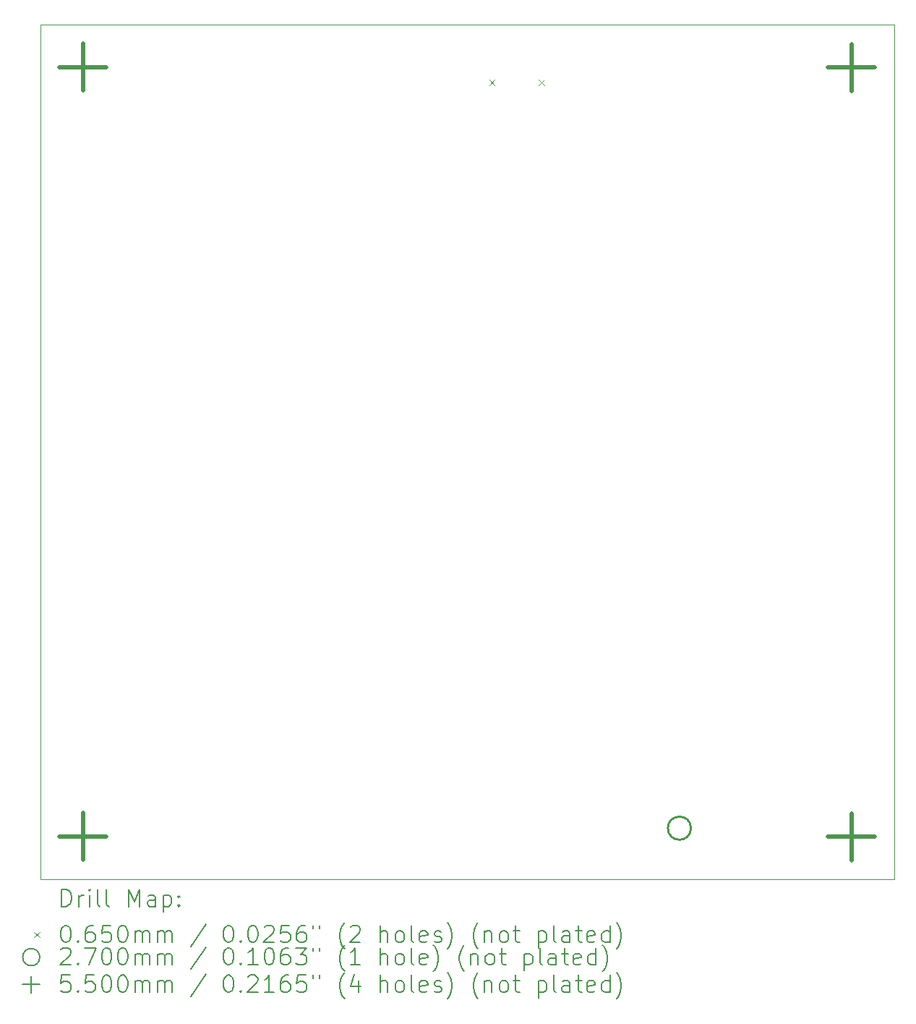
<source format=gbr>
%TF.GenerationSoftware,KiCad,Pcbnew,6.0.11+dfsg-1~bpo11+1*%
%TF.CreationDate,2023-10-21T13:11:14+02:00*%
%TF.ProjectId,IO_16_8_1,494f5f31-365f-4385-9f31-2e6b69636164,0.1.1*%
%TF.SameCoordinates,PX47868c0PY848f8c0*%
%TF.FileFunction,Drillmap*%
%TF.FilePolarity,Positive*%
%FSLAX45Y45*%
G04 Gerber Fmt 4.5, Leading zero omitted, Abs format (unit mm)*
G04 Created by KiCad (PCBNEW 6.0.11+dfsg-1~bpo11+1) date 2023-10-21 13:11:14*
%MOMM*%
%LPD*%
G01*
G04 APERTURE LIST*
%ADD10C,0.100000*%
%ADD11C,0.200000*%
%ADD12C,0.065000*%
%ADD13C,0.270000*%
%ADD14C,0.550000*%
G04 APERTURE END LIST*
D10*
X0Y10000000D02*
X10000000Y10000000D01*
X10000000Y10000000D02*
X10000000Y0D01*
X10000000Y0D02*
X0Y0D01*
X0Y0D02*
X0Y10000000D01*
D11*
D12*
X5259500Y9354000D02*
X5324500Y9289000D01*
X5324500Y9354000D02*
X5259500Y9289000D01*
X5837500Y9354000D02*
X5902500Y9289000D01*
X5902500Y9354000D02*
X5837500Y9289000D01*
D13*
X7621000Y600000D02*
G75*
G03*
X7621000Y600000I-135000J0D01*
G01*
D14*
X500000Y9778600D02*
X500000Y9228600D01*
X225000Y9503600D02*
X775000Y9503600D01*
X500000Y778600D02*
X500000Y228600D01*
X225000Y503600D02*
X775000Y503600D01*
X9500000Y9775000D02*
X9500000Y9225000D01*
X9225000Y9500000D02*
X9775000Y9500000D01*
X9500000Y775000D02*
X9500000Y225000D01*
X9225000Y500000D02*
X9775000Y500000D01*
D11*
X252619Y-315476D02*
X252619Y-115476D01*
X300238Y-115476D01*
X328810Y-125000D01*
X347857Y-144048D01*
X357381Y-163095D01*
X366905Y-201190D01*
X366905Y-229762D01*
X357381Y-267857D01*
X347857Y-286905D01*
X328810Y-305952D01*
X300238Y-315476D01*
X252619Y-315476D01*
X452619Y-315476D02*
X452619Y-182143D01*
X452619Y-220238D02*
X462143Y-201190D01*
X471667Y-191667D01*
X490714Y-182143D01*
X509762Y-182143D01*
X576429Y-315476D02*
X576429Y-182143D01*
X576429Y-115476D02*
X566905Y-125000D01*
X576429Y-134524D01*
X585952Y-125000D01*
X576429Y-115476D01*
X576429Y-134524D01*
X700238Y-315476D02*
X681190Y-305952D01*
X671667Y-286905D01*
X671667Y-115476D01*
X805000Y-315476D02*
X785952Y-305952D01*
X776428Y-286905D01*
X776428Y-115476D01*
X1033571Y-315476D02*
X1033571Y-115476D01*
X1100238Y-258333D01*
X1166905Y-115476D01*
X1166905Y-315476D01*
X1347857Y-315476D02*
X1347857Y-210714D01*
X1338333Y-191667D01*
X1319286Y-182143D01*
X1281190Y-182143D01*
X1262143Y-191667D01*
X1347857Y-305952D02*
X1328810Y-315476D01*
X1281190Y-315476D01*
X1262143Y-305952D01*
X1252619Y-286905D01*
X1252619Y-267857D01*
X1262143Y-248809D01*
X1281190Y-239286D01*
X1328810Y-239286D01*
X1347857Y-229762D01*
X1443095Y-182143D02*
X1443095Y-382143D01*
X1443095Y-191667D02*
X1462143Y-182143D01*
X1500238Y-182143D01*
X1519286Y-191667D01*
X1528809Y-201190D01*
X1538333Y-220238D01*
X1538333Y-277381D01*
X1528809Y-296429D01*
X1519286Y-305952D01*
X1500238Y-315476D01*
X1462143Y-315476D01*
X1443095Y-305952D01*
X1624048Y-296429D02*
X1633571Y-305952D01*
X1624048Y-315476D01*
X1614524Y-305952D01*
X1624048Y-296429D01*
X1624048Y-315476D01*
X1624048Y-191667D02*
X1633571Y-201190D01*
X1624048Y-210714D01*
X1614524Y-201190D01*
X1624048Y-191667D01*
X1624048Y-210714D01*
D12*
X-70000Y-612500D02*
X-5000Y-677500D01*
X-5000Y-612500D02*
X-70000Y-677500D01*
D11*
X290714Y-535476D02*
X309762Y-535476D01*
X328810Y-545000D01*
X338333Y-554524D01*
X347857Y-573571D01*
X357381Y-611667D01*
X357381Y-659286D01*
X347857Y-697381D01*
X338333Y-716428D01*
X328810Y-725952D01*
X309762Y-735476D01*
X290714Y-735476D01*
X271667Y-725952D01*
X262143Y-716428D01*
X252619Y-697381D01*
X243095Y-659286D01*
X243095Y-611667D01*
X252619Y-573571D01*
X262143Y-554524D01*
X271667Y-545000D01*
X290714Y-535476D01*
X443095Y-716428D02*
X452619Y-725952D01*
X443095Y-735476D01*
X433571Y-725952D01*
X443095Y-716428D01*
X443095Y-735476D01*
X624048Y-535476D02*
X585952Y-535476D01*
X566905Y-545000D01*
X557381Y-554524D01*
X538333Y-583095D01*
X528810Y-621190D01*
X528810Y-697381D01*
X538333Y-716428D01*
X547857Y-725952D01*
X566905Y-735476D01*
X605000Y-735476D01*
X624048Y-725952D01*
X633571Y-716428D01*
X643095Y-697381D01*
X643095Y-649762D01*
X633571Y-630714D01*
X624048Y-621190D01*
X605000Y-611667D01*
X566905Y-611667D01*
X547857Y-621190D01*
X538333Y-630714D01*
X528810Y-649762D01*
X824048Y-535476D02*
X728809Y-535476D01*
X719286Y-630714D01*
X728809Y-621190D01*
X747857Y-611667D01*
X795476Y-611667D01*
X814524Y-621190D01*
X824048Y-630714D01*
X833571Y-649762D01*
X833571Y-697381D01*
X824048Y-716428D01*
X814524Y-725952D01*
X795476Y-735476D01*
X747857Y-735476D01*
X728809Y-725952D01*
X719286Y-716428D01*
X957381Y-535476D02*
X976428Y-535476D01*
X995476Y-545000D01*
X1005000Y-554524D01*
X1014524Y-573571D01*
X1024048Y-611667D01*
X1024048Y-659286D01*
X1014524Y-697381D01*
X1005000Y-716428D01*
X995476Y-725952D01*
X976428Y-735476D01*
X957381Y-735476D01*
X938333Y-725952D01*
X928809Y-716428D01*
X919286Y-697381D01*
X909762Y-659286D01*
X909762Y-611667D01*
X919286Y-573571D01*
X928809Y-554524D01*
X938333Y-545000D01*
X957381Y-535476D01*
X1109762Y-735476D02*
X1109762Y-602143D01*
X1109762Y-621190D02*
X1119286Y-611667D01*
X1138333Y-602143D01*
X1166905Y-602143D01*
X1185952Y-611667D01*
X1195476Y-630714D01*
X1195476Y-735476D01*
X1195476Y-630714D02*
X1205000Y-611667D01*
X1224048Y-602143D01*
X1252619Y-602143D01*
X1271667Y-611667D01*
X1281190Y-630714D01*
X1281190Y-735476D01*
X1376429Y-735476D02*
X1376429Y-602143D01*
X1376429Y-621190D02*
X1385952Y-611667D01*
X1405000Y-602143D01*
X1433571Y-602143D01*
X1452619Y-611667D01*
X1462143Y-630714D01*
X1462143Y-735476D01*
X1462143Y-630714D02*
X1471667Y-611667D01*
X1490714Y-602143D01*
X1519286Y-602143D01*
X1538333Y-611667D01*
X1547857Y-630714D01*
X1547857Y-735476D01*
X1938333Y-525952D02*
X1766905Y-783095D01*
X2195476Y-535476D02*
X2214524Y-535476D01*
X2233571Y-545000D01*
X2243095Y-554524D01*
X2252619Y-573571D01*
X2262143Y-611667D01*
X2262143Y-659286D01*
X2252619Y-697381D01*
X2243095Y-716428D01*
X2233571Y-725952D01*
X2214524Y-735476D01*
X2195476Y-735476D01*
X2176429Y-725952D01*
X2166905Y-716428D01*
X2157381Y-697381D01*
X2147857Y-659286D01*
X2147857Y-611667D01*
X2157381Y-573571D01*
X2166905Y-554524D01*
X2176429Y-545000D01*
X2195476Y-535476D01*
X2347857Y-716428D02*
X2357381Y-725952D01*
X2347857Y-735476D01*
X2338333Y-725952D01*
X2347857Y-716428D01*
X2347857Y-735476D01*
X2481190Y-535476D02*
X2500238Y-535476D01*
X2519286Y-545000D01*
X2528810Y-554524D01*
X2538333Y-573571D01*
X2547857Y-611667D01*
X2547857Y-659286D01*
X2538333Y-697381D01*
X2528810Y-716428D01*
X2519286Y-725952D01*
X2500238Y-735476D01*
X2481190Y-735476D01*
X2462143Y-725952D01*
X2452619Y-716428D01*
X2443095Y-697381D01*
X2433571Y-659286D01*
X2433571Y-611667D01*
X2443095Y-573571D01*
X2452619Y-554524D01*
X2462143Y-545000D01*
X2481190Y-535476D01*
X2624048Y-554524D02*
X2633571Y-545000D01*
X2652619Y-535476D01*
X2700238Y-535476D01*
X2719286Y-545000D01*
X2728810Y-554524D01*
X2738333Y-573571D01*
X2738333Y-592619D01*
X2728810Y-621190D01*
X2614524Y-735476D01*
X2738333Y-735476D01*
X2919286Y-535476D02*
X2824048Y-535476D01*
X2814524Y-630714D01*
X2824048Y-621190D01*
X2843095Y-611667D01*
X2890714Y-611667D01*
X2909762Y-621190D01*
X2919286Y-630714D01*
X2928809Y-649762D01*
X2928809Y-697381D01*
X2919286Y-716428D01*
X2909762Y-725952D01*
X2890714Y-735476D01*
X2843095Y-735476D01*
X2824048Y-725952D01*
X2814524Y-716428D01*
X3100238Y-535476D02*
X3062143Y-535476D01*
X3043095Y-545000D01*
X3033571Y-554524D01*
X3014524Y-583095D01*
X3005000Y-621190D01*
X3005000Y-697381D01*
X3014524Y-716428D01*
X3024048Y-725952D01*
X3043095Y-735476D01*
X3081190Y-735476D01*
X3100238Y-725952D01*
X3109762Y-716428D01*
X3119286Y-697381D01*
X3119286Y-649762D01*
X3109762Y-630714D01*
X3100238Y-621190D01*
X3081190Y-611667D01*
X3043095Y-611667D01*
X3024048Y-621190D01*
X3014524Y-630714D01*
X3005000Y-649762D01*
X3195476Y-535476D02*
X3195476Y-573571D01*
X3271667Y-535476D02*
X3271667Y-573571D01*
X3566905Y-811667D02*
X3557381Y-802143D01*
X3538333Y-773571D01*
X3528809Y-754524D01*
X3519286Y-725952D01*
X3509762Y-678333D01*
X3509762Y-640238D01*
X3519286Y-592619D01*
X3528809Y-564048D01*
X3538333Y-545000D01*
X3557381Y-516428D01*
X3566905Y-506905D01*
X3633571Y-554524D02*
X3643095Y-545000D01*
X3662143Y-535476D01*
X3709762Y-535476D01*
X3728809Y-545000D01*
X3738333Y-554524D01*
X3747857Y-573571D01*
X3747857Y-592619D01*
X3738333Y-621190D01*
X3624048Y-735476D01*
X3747857Y-735476D01*
X3985952Y-735476D02*
X3985952Y-535476D01*
X4071667Y-735476D02*
X4071667Y-630714D01*
X4062143Y-611667D01*
X4043095Y-602143D01*
X4014524Y-602143D01*
X3995476Y-611667D01*
X3985952Y-621190D01*
X4195476Y-735476D02*
X4176428Y-725952D01*
X4166905Y-716428D01*
X4157381Y-697381D01*
X4157381Y-640238D01*
X4166905Y-621190D01*
X4176428Y-611667D01*
X4195476Y-602143D01*
X4224048Y-602143D01*
X4243095Y-611667D01*
X4252619Y-621190D01*
X4262143Y-640238D01*
X4262143Y-697381D01*
X4252619Y-716428D01*
X4243095Y-725952D01*
X4224048Y-735476D01*
X4195476Y-735476D01*
X4376429Y-735476D02*
X4357381Y-725952D01*
X4347857Y-706905D01*
X4347857Y-535476D01*
X4528810Y-725952D02*
X4509762Y-735476D01*
X4471667Y-735476D01*
X4452619Y-725952D01*
X4443095Y-706905D01*
X4443095Y-630714D01*
X4452619Y-611667D01*
X4471667Y-602143D01*
X4509762Y-602143D01*
X4528810Y-611667D01*
X4538333Y-630714D01*
X4538333Y-649762D01*
X4443095Y-668810D01*
X4614524Y-725952D02*
X4633571Y-735476D01*
X4671667Y-735476D01*
X4690714Y-725952D01*
X4700238Y-706905D01*
X4700238Y-697381D01*
X4690714Y-678333D01*
X4671667Y-668810D01*
X4643095Y-668810D01*
X4624048Y-659286D01*
X4614524Y-640238D01*
X4614524Y-630714D01*
X4624048Y-611667D01*
X4643095Y-602143D01*
X4671667Y-602143D01*
X4690714Y-611667D01*
X4766905Y-811667D02*
X4776429Y-802143D01*
X4795476Y-773571D01*
X4805000Y-754524D01*
X4814524Y-725952D01*
X4824048Y-678333D01*
X4824048Y-640238D01*
X4814524Y-592619D01*
X4805000Y-564048D01*
X4795476Y-545000D01*
X4776429Y-516428D01*
X4766905Y-506905D01*
X5128810Y-811667D02*
X5119286Y-802143D01*
X5100238Y-773571D01*
X5090714Y-754524D01*
X5081190Y-725952D01*
X5071667Y-678333D01*
X5071667Y-640238D01*
X5081190Y-592619D01*
X5090714Y-564048D01*
X5100238Y-545000D01*
X5119286Y-516428D01*
X5128810Y-506905D01*
X5205000Y-602143D02*
X5205000Y-735476D01*
X5205000Y-621190D02*
X5214524Y-611667D01*
X5233571Y-602143D01*
X5262143Y-602143D01*
X5281190Y-611667D01*
X5290714Y-630714D01*
X5290714Y-735476D01*
X5414524Y-735476D02*
X5395476Y-725952D01*
X5385952Y-716428D01*
X5376429Y-697381D01*
X5376429Y-640238D01*
X5385952Y-621190D01*
X5395476Y-611667D01*
X5414524Y-602143D01*
X5443095Y-602143D01*
X5462143Y-611667D01*
X5471667Y-621190D01*
X5481190Y-640238D01*
X5481190Y-697381D01*
X5471667Y-716428D01*
X5462143Y-725952D01*
X5443095Y-735476D01*
X5414524Y-735476D01*
X5538333Y-602143D02*
X5614524Y-602143D01*
X5566905Y-535476D02*
X5566905Y-706905D01*
X5576429Y-725952D01*
X5595476Y-735476D01*
X5614524Y-735476D01*
X5833571Y-602143D02*
X5833571Y-802143D01*
X5833571Y-611667D02*
X5852619Y-602143D01*
X5890714Y-602143D01*
X5909762Y-611667D01*
X5919286Y-621190D01*
X5928809Y-640238D01*
X5928809Y-697381D01*
X5919286Y-716428D01*
X5909762Y-725952D01*
X5890714Y-735476D01*
X5852619Y-735476D01*
X5833571Y-725952D01*
X6043095Y-735476D02*
X6024048Y-725952D01*
X6014524Y-706905D01*
X6014524Y-535476D01*
X6205000Y-735476D02*
X6205000Y-630714D01*
X6195476Y-611667D01*
X6176428Y-602143D01*
X6138333Y-602143D01*
X6119286Y-611667D01*
X6205000Y-725952D02*
X6185952Y-735476D01*
X6138333Y-735476D01*
X6119286Y-725952D01*
X6109762Y-706905D01*
X6109762Y-687857D01*
X6119286Y-668810D01*
X6138333Y-659286D01*
X6185952Y-659286D01*
X6205000Y-649762D01*
X6271667Y-602143D02*
X6347857Y-602143D01*
X6300238Y-535476D02*
X6300238Y-706905D01*
X6309762Y-725952D01*
X6328809Y-735476D01*
X6347857Y-735476D01*
X6490714Y-725952D02*
X6471667Y-735476D01*
X6433571Y-735476D01*
X6414524Y-725952D01*
X6405000Y-706905D01*
X6405000Y-630714D01*
X6414524Y-611667D01*
X6433571Y-602143D01*
X6471667Y-602143D01*
X6490714Y-611667D01*
X6500238Y-630714D01*
X6500238Y-649762D01*
X6405000Y-668810D01*
X6671667Y-735476D02*
X6671667Y-535476D01*
X6671667Y-725952D02*
X6652619Y-735476D01*
X6614524Y-735476D01*
X6595476Y-725952D01*
X6585952Y-716428D01*
X6576428Y-697381D01*
X6576428Y-640238D01*
X6585952Y-621190D01*
X6595476Y-611667D01*
X6614524Y-602143D01*
X6652619Y-602143D01*
X6671667Y-611667D01*
X6747857Y-811667D02*
X6757381Y-802143D01*
X6776428Y-773571D01*
X6785952Y-754524D01*
X6795476Y-725952D01*
X6805000Y-678333D01*
X6805000Y-640238D01*
X6795476Y-592619D01*
X6785952Y-564048D01*
X6776428Y-545000D01*
X6757381Y-516428D01*
X6747857Y-506905D01*
X-5000Y-909000D02*
G75*
G03*
X-5000Y-909000I-100000J0D01*
G01*
X243095Y-818524D02*
X252619Y-809000D01*
X271667Y-799476D01*
X319286Y-799476D01*
X338333Y-809000D01*
X347857Y-818524D01*
X357381Y-837571D01*
X357381Y-856619D01*
X347857Y-885190D01*
X233571Y-999476D01*
X357381Y-999476D01*
X443095Y-980428D02*
X452619Y-989952D01*
X443095Y-999476D01*
X433571Y-989952D01*
X443095Y-980428D01*
X443095Y-999476D01*
X519286Y-799476D02*
X652619Y-799476D01*
X566905Y-999476D01*
X766905Y-799476D02*
X785952Y-799476D01*
X805000Y-809000D01*
X814524Y-818524D01*
X824048Y-837571D01*
X833571Y-875667D01*
X833571Y-923286D01*
X824048Y-961381D01*
X814524Y-980428D01*
X805000Y-989952D01*
X785952Y-999476D01*
X766905Y-999476D01*
X747857Y-989952D01*
X738333Y-980428D01*
X728809Y-961381D01*
X719286Y-923286D01*
X719286Y-875667D01*
X728809Y-837571D01*
X738333Y-818524D01*
X747857Y-809000D01*
X766905Y-799476D01*
X957381Y-799476D02*
X976428Y-799476D01*
X995476Y-809000D01*
X1005000Y-818524D01*
X1014524Y-837571D01*
X1024048Y-875667D01*
X1024048Y-923286D01*
X1014524Y-961381D01*
X1005000Y-980428D01*
X995476Y-989952D01*
X976428Y-999476D01*
X957381Y-999476D01*
X938333Y-989952D01*
X928809Y-980428D01*
X919286Y-961381D01*
X909762Y-923286D01*
X909762Y-875667D01*
X919286Y-837571D01*
X928809Y-818524D01*
X938333Y-809000D01*
X957381Y-799476D01*
X1109762Y-999476D02*
X1109762Y-866143D01*
X1109762Y-885190D02*
X1119286Y-875667D01*
X1138333Y-866143D01*
X1166905Y-866143D01*
X1185952Y-875667D01*
X1195476Y-894714D01*
X1195476Y-999476D01*
X1195476Y-894714D02*
X1205000Y-875667D01*
X1224048Y-866143D01*
X1252619Y-866143D01*
X1271667Y-875667D01*
X1281190Y-894714D01*
X1281190Y-999476D01*
X1376429Y-999476D02*
X1376429Y-866143D01*
X1376429Y-885190D02*
X1385952Y-875667D01*
X1405000Y-866143D01*
X1433571Y-866143D01*
X1452619Y-875667D01*
X1462143Y-894714D01*
X1462143Y-999476D01*
X1462143Y-894714D02*
X1471667Y-875667D01*
X1490714Y-866143D01*
X1519286Y-866143D01*
X1538333Y-875667D01*
X1547857Y-894714D01*
X1547857Y-999476D01*
X1938333Y-789952D02*
X1766905Y-1047095D01*
X2195476Y-799476D02*
X2214524Y-799476D01*
X2233571Y-809000D01*
X2243095Y-818524D01*
X2252619Y-837571D01*
X2262143Y-875667D01*
X2262143Y-923286D01*
X2252619Y-961381D01*
X2243095Y-980428D01*
X2233571Y-989952D01*
X2214524Y-999476D01*
X2195476Y-999476D01*
X2176429Y-989952D01*
X2166905Y-980428D01*
X2157381Y-961381D01*
X2147857Y-923286D01*
X2147857Y-875667D01*
X2157381Y-837571D01*
X2166905Y-818524D01*
X2176429Y-809000D01*
X2195476Y-799476D01*
X2347857Y-980428D02*
X2357381Y-989952D01*
X2347857Y-999476D01*
X2338333Y-989952D01*
X2347857Y-980428D01*
X2347857Y-999476D01*
X2547857Y-999476D02*
X2433571Y-999476D01*
X2490714Y-999476D02*
X2490714Y-799476D01*
X2471667Y-828048D01*
X2452619Y-847095D01*
X2433571Y-856619D01*
X2671667Y-799476D02*
X2690714Y-799476D01*
X2709762Y-809000D01*
X2719286Y-818524D01*
X2728810Y-837571D01*
X2738333Y-875667D01*
X2738333Y-923286D01*
X2728810Y-961381D01*
X2719286Y-980428D01*
X2709762Y-989952D01*
X2690714Y-999476D01*
X2671667Y-999476D01*
X2652619Y-989952D01*
X2643095Y-980428D01*
X2633571Y-961381D01*
X2624048Y-923286D01*
X2624048Y-875667D01*
X2633571Y-837571D01*
X2643095Y-818524D01*
X2652619Y-809000D01*
X2671667Y-799476D01*
X2909762Y-799476D02*
X2871667Y-799476D01*
X2852619Y-809000D01*
X2843095Y-818524D01*
X2824048Y-847095D01*
X2814524Y-885190D01*
X2814524Y-961381D01*
X2824048Y-980428D01*
X2833571Y-989952D01*
X2852619Y-999476D01*
X2890714Y-999476D01*
X2909762Y-989952D01*
X2919286Y-980428D01*
X2928809Y-961381D01*
X2928809Y-913762D01*
X2919286Y-894714D01*
X2909762Y-885190D01*
X2890714Y-875667D01*
X2852619Y-875667D01*
X2833571Y-885190D01*
X2824048Y-894714D01*
X2814524Y-913762D01*
X2995476Y-799476D02*
X3119286Y-799476D01*
X3052619Y-875667D01*
X3081190Y-875667D01*
X3100238Y-885190D01*
X3109762Y-894714D01*
X3119286Y-913762D01*
X3119286Y-961381D01*
X3109762Y-980428D01*
X3100238Y-989952D01*
X3081190Y-999476D01*
X3024048Y-999476D01*
X3005000Y-989952D01*
X2995476Y-980428D01*
X3195476Y-799476D02*
X3195476Y-837571D01*
X3271667Y-799476D02*
X3271667Y-837571D01*
X3566905Y-1075667D02*
X3557381Y-1066143D01*
X3538333Y-1037571D01*
X3528809Y-1018524D01*
X3519286Y-989952D01*
X3509762Y-942333D01*
X3509762Y-904238D01*
X3519286Y-856619D01*
X3528809Y-828048D01*
X3538333Y-809000D01*
X3557381Y-780428D01*
X3566905Y-770905D01*
X3747857Y-999476D02*
X3633571Y-999476D01*
X3690714Y-999476D02*
X3690714Y-799476D01*
X3671667Y-828048D01*
X3652619Y-847095D01*
X3633571Y-856619D01*
X3985952Y-999476D02*
X3985952Y-799476D01*
X4071667Y-999476D02*
X4071667Y-894714D01*
X4062143Y-875667D01*
X4043095Y-866143D01*
X4014524Y-866143D01*
X3995476Y-875667D01*
X3985952Y-885190D01*
X4195476Y-999476D02*
X4176428Y-989952D01*
X4166905Y-980428D01*
X4157381Y-961381D01*
X4157381Y-904238D01*
X4166905Y-885190D01*
X4176428Y-875667D01*
X4195476Y-866143D01*
X4224048Y-866143D01*
X4243095Y-875667D01*
X4252619Y-885190D01*
X4262143Y-904238D01*
X4262143Y-961381D01*
X4252619Y-980428D01*
X4243095Y-989952D01*
X4224048Y-999476D01*
X4195476Y-999476D01*
X4376429Y-999476D02*
X4357381Y-989952D01*
X4347857Y-970905D01*
X4347857Y-799476D01*
X4528810Y-989952D02*
X4509762Y-999476D01*
X4471667Y-999476D01*
X4452619Y-989952D01*
X4443095Y-970905D01*
X4443095Y-894714D01*
X4452619Y-875667D01*
X4471667Y-866143D01*
X4509762Y-866143D01*
X4528810Y-875667D01*
X4538333Y-894714D01*
X4538333Y-913762D01*
X4443095Y-932809D01*
X4605000Y-1075667D02*
X4614524Y-1066143D01*
X4633571Y-1037571D01*
X4643095Y-1018524D01*
X4652619Y-989952D01*
X4662143Y-942333D01*
X4662143Y-904238D01*
X4652619Y-856619D01*
X4643095Y-828048D01*
X4633571Y-809000D01*
X4614524Y-780428D01*
X4605000Y-770905D01*
X4966905Y-1075667D02*
X4957381Y-1066143D01*
X4938333Y-1037571D01*
X4928810Y-1018524D01*
X4919286Y-989952D01*
X4909762Y-942333D01*
X4909762Y-904238D01*
X4919286Y-856619D01*
X4928810Y-828048D01*
X4938333Y-809000D01*
X4957381Y-780428D01*
X4966905Y-770905D01*
X5043095Y-866143D02*
X5043095Y-999476D01*
X5043095Y-885190D02*
X5052619Y-875667D01*
X5071667Y-866143D01*
X5100238Y-866143D01*
X5119286Y-875667D01*
X5128810Y-894714D01*
X5128810Y-999476D01*
X5252619Y-999476D02*
X5233571Y-989952D01*
X5224048Y-980428D01*
X5214524Y-961381D01*
X5214524Y-904238D01*
X5224048Y-885190D01*
X5233571Y-875667D01*
X5252619Y-866143D01*
X5281190Y-866143D01*
X5300238Y-875667D01*
X5309762Y-885190D01*
X5319286Y-904238D01*
X5319286Y-961381D01*
X5309762Y-980428D01*
X5300238Y-989952D01*
X5281190Y-999476D01*
X5252619Y-999476D01*
X5376429Y-866143D02*
X5452619Y-866143D01*
X5405000Y-799476D02*
X5405000Y-970905D01*
X5414524Y-989952D01*
X5433571Y-999476D01*
X5452619Y-999476D01*
X5671667Y-866143D02*
X5671667Y-1066143D01*
X5671667Y-875667D02*
X5690714Y-866143D01*
X5728809Y-866143D01*
X5747857Y-875667D01*
X5757381Y-885190D01*
X5766905Y-904238D01*
X5766905Y-961381D01*
X5757381Y-980428D01*
X5747857Y-989952D01*
X5728809Y-999476D01*
X5690714Y-999476D01*
X5671667Y-989952D01*
X5881190Y-999476D02*
X5862143Y-989952D01*
X5852619Y-970905D01*
X5852619Y-799476D01*
X6043095Y-999476D02*
X6043095Y-894714D01*
X6033571Y-875667D01*
X6014524Y-866143D01*
X5976428Y-866143D01*
X5957381Y-875667D01*
X6043095Y-989952D02*
X6024048Y-999476D01*
X5976428Y-999476D01*
X5957381Y-989952D01*
X5947857Y-970905D01*
X5947857Y-951857D01*
X5957381Y-932809D01*
X5976428Y-923286D01*
X6024048Y-923286D01*
X6043095Y-913762D01*
X6109762Y-866143D02*
X6185952Y-866143D01*
X6138333Y-799476D02*
X6138333Y-970905D01*
X6147857Y-989952D01*
X6166905Y-999476D01*
X6185952Y-999476D01*
X6328809Y-989952D02*
X6309762Y-999476D01*
X6271667Y-999476D01*
X6252619Y-989952D01*
X6243095Y-970905D01*
X6243095Y-894714D01*
X6252619Y-875667D01*
X6271667Y-866143D01*
X6309762Y-866143D01*
X6328809Y-875667D01*
X6338333Y-894714D01*
X6338333Y-913762D01*
X6243095Y-932809D01*
X6509762Y-999476D02*
X6509762Y-799476D01*
X6509762Y-989952D02*
X6490714Y-999476D01*
X6452619Y-999476D01*
X6433571Y-989952D01*
X6424048Y-980428D01*
X6414524Y-961381D01*
X6414524Y-904238D01*
X6424048Y-885190D01*
X6433571Y-875667D01*
X6452619Y-866143D01*
X6490714Y-866143D01*
X6509762Y-875667D01*
X6585952Y-1075667D02*
X6595476Y-1066143D01*
X6614524Y-1037571D01*
X6624048Y-1018524D01*
X6633571Y-989952D01*
X6643095Y-942333D01*
X6643095Y-904238D01*
X6633571Y-856619D01*
X6624048Y-828048D01*
X6614524Y-809000D01*
X6595476Y-780428D01*
X6585952Y-770905D01*
X-105000Y-1129000D02*
X-105000Y-1329000D01*
X-205000Y-1229000D02*
X-5000Y-1229000D01*
X347857Y-1119476D02*
X252619Y-1119476D01*
X243095Y-1214714D01*
X252619Y-1205190D01*
X271667Y-1195667D01*
X319286Y-1195667D01*
X338333Y-1205190D01*
X347857Y-1214714D01*
X357381Y-1233762D01*
X357381Y-1281381D01*
X347857Y-1300429D01*
X338333Y-1309952D01*
X319286Y-1319476D01*
X271667Y-1319476D01*
X252619Y-1309952D01*
X243095Y-1300429D01*
X443095Y-1300429D02*
X452619Y-1309952D01*
X443095Y-1319476D01*
X433571Y-1309952D01*
X443095Y-1300429D01*
X443095Y-1319476D01*
X633571Y-1119476D02*
X538333Y-1119476D01*
X528810Y-1214714D01*
X538333Y-1205190D01*
X557381Y-1195667D01*
X605000Y-1195667D01*
X624048Y-1205190D01*
X633571Y-1214714D01*
X643095Y-1233762D01*
X643095Y-1281381D01*
X633571Y-1300429D01*
X624048Y-1309952D01*
X605000Y-1319476D01*
X557381Y-1319476D01*
X538333Y-1309952D01*
X528810Y-1300429D01*
X766905Y-1119476D02*
X785952Y-1119476D01*
X805000Y-1129000D01*
X814524Y-1138524D01*
X824048Y-1157571D01*
X833571Y-1195667D01*
X833571Y-1243286D01*
X824048Y-1281381D01*
X814524Y-1300429D01*
X805000Y-1309952D01*
X785952Y-1319476D01*
X766905Y-1319476D01*
X747857Y-1309952D01*
X738333Y-1300429D01*
X728809Y-1281381D01*
X719286Y-1243286D01*
X719286Y-1195667D01*
X728809Y-1157571D01*
X738333Y-1138524D01*
X747857Y-1129000D01*
X766905Y-1119476D01*
X957381Y-1119476D02*
X976428Y-1119476D01*
X995476Y-1129000D01*
X1005000Y-1138524D01*
X1014524Y-1157571D01*
X1024048Y-1195667D01*
X1024048Y-1243286D01*
X1014524Y-1281381D01*
X1005000Y-1300429D01*
X995476Y-1309952D01*
X976428Y-1319476D01*
X957381Y-1319476D01*
X938333Y-1309952D01*
X928809Y-1300429D01*
X919286Y-1281381D01*
X909762Y-1243286D01*
X909762Y-1195667D01*
X919286Y-1157571D01*
X928809Y-1138524D01*
X938333Y-1129000D01*
X957381Y-1119476D01*
X1109762Y-1319476D02*
X1109762Y-1186143D01*
X1109762Y-1205190D02*
X1119286Y-1195667D01*
X1138333Y-1186143D01*
X1166905Y-1186143D01*
X1185952Y-1195667D01*
X1195476Y-1214714D01*
X1195476Y-1319476D01*
X1195476Y-1214714D02*
X1205000Y-1195667D01*
X1224048Y-1186143D01*
X1252619Y-1186143D01*
X1271667Y-1195667D01*
X1281190Y-1214714D01*
X1281190Y-1319476D01*
X1376429Y-1319476D02*
X1376429Y-1186143D01*
X1376429Y-1205190D02*
X1385952Y-1195667D01*
X1405000Y-1186143D01*
X1433571Y-1186143D01*
X1452619Y-1195667D01*
X1462143Y-1214714D01*
X1462143Y-1319476D01*
X1462143Y-1214714D02*
X1471667Y-1195667D01*
X1490714Y-1186143D01*
X1519286Y-1186143D01*
X1538333Y-1195667D01*
X1547857Y-1214714D01*
X1547857Y-1319476D01*
X1938333Y-1109952D02*
X1766905Y-1367095D01*
X2195476Y-1119476D02*
X2214524Y-1119476D01*
X2233571Y-1129000D01*
X2243095Y-1138524D01*
X2252619Y-1157571D01*
X2262143Y-1195667D01*
X2262143Y-1243286D01*
X2252619Y-1281381D01*
X2243095Y-1300429D01*
X2233571Y-1309952D01*
X2214524Y-1319476D01*
X2195476Y-1319476D01*
X2176429Y-1309952D01*
X2166905Y-1300429D01*
X2157381Y-1281381D01*
X2147857Y-1243286D01*
X2147857Y-1195667D01*
X2157381Y-1157571D01*
X2166905Y-1138524D01*
X2176429Y-1129000D01*
X2195476Y-1119476D01*
X2347857Y-1300429D02*
X2357381Y-1309952D01*
X2347857Y-1319476D01*
X2338333Y-1309952D01*
X2347857Y-1300429D01*
X2347857Y-1319476D01*
X2433571Y-1138524D02*
X2443095Y-1129000D01*
X2462143Y-1119476D01*
X2509762Y-1119476D01*
X2528810Y-1129000D01*
X2538333Y-1138524D01*
X2547857Y-1157571D01*
X2547857Y-1176619D01*
X2538333Y-1205190D01*
X2424048Y-1319476D01*
X2547857Y-1319476D01*
X2738333Y-1319476D02*
X2624048Y-1319476D01*
X2681190Y-1319476D02*
X2681190Y-1119476D01*
X2662143Y-1148048D01*
X2643095Y-1167095D01*
X2624048Y-1176619D01*
X2909762Y-1119476D02*
X2871667Y-1119476D01*
X2852619Y-1129000D01*
X2843095Y-1138524D01*
X2824048Y-1167095D01*
X2814524Y-1205190D01*
X2814524Y-1281381D01*
X2824048Y-1300429D01*
X2833571Y-1309952D01*
X2852619Y-1319476D01*
X2890714Y-1319476D01*
X2909762Y-1309952D01*
X2919286Y-1300429D01*
X2928809Y-1281381D01*
X2928809Y-1233762D01*
X2919286Y-1214714D01*
X2909762Y-1205190D01*
X2890714Y-1195667D01*
X2852619Y-1195667D01*
X2833571Y-1205190D01*
X2824048Y-1214714D01*
X2814524Y-1233762D01*
X3109762Y-1119476D02*
X3014524Y-1119476D01*
X3005000Y-1214714D01*
X3014524Y-1205190D01*
X3033571Y-1195667D01*
X3081190Y-1195667D01*
X3100238Y-1205190D01*
X3109762Y-1214714D01*
X3119286Y-1233762D01*
X3119286Y-1281381D01*
X3109762Y-1300429D01*
X3100238Y-1309952D01*
X3081190Y-1319476D01*
X3033571Y-1319476D01*
X3014524Y-1309952D01*
X3005000Y-1300429D01*
X3195476Y-1119476D02*
X3195476Y-1157571D01*
X3271667Y-1119476D02*
X3271667Y-1157571D01*
X3566905Y-1395667D02*
X3557381Y-1386143D01*
X3538333Y-1357571D01*
X3528809Y-1338524D01*
X3519286Y-1309952D01*
X3509762Y-1262333D01*
X3509762Y-1224238D01*
X3519286Y-1176619D01*
X3528809Y-1148048D01*
X3538333Y-1129000D01*
X3557381Y-1100429D01*
X3566905Y-1090905D01*
X3728809Y-1186143D02*
X3728809Y-1319476D01*
X3681190Y-1109952D02*
X3633571Y-1252810D01*
X3757381Y-1252810D01*
X3985952Y-1319476D02*
X3985952Y-1119476D01*
X4071667Y-1319476D02*
X4071667Y-1214714D01*
X4062143Y-1195667D01*
X4043095Y-1186143D01*
X4014524Y-1186143D01*
X3995476Y-1195667D01*
X3985952Y-1205190D01*
X4195476Y-1319476D02*
X4176428Y-1309952D01*
X4166905Y-1300429D01*
X4157381Y-1281381D01*
X4157381Y-1224238D01*
X4166905Y-1205190D01*
X4176428Y-1195667D01*
X4195476Y-1186143D01*
X4224048Y-1186143D01*
X4243095Y-1195667D01*
X4252619Y-1205190D01*
X4262143Y-1224238D01*
X4262143Y-1281381D01*
X4252619Y-1300429D01*
X4243095Y-1309952D01*
X4224048Y-1319476D01*
X4195476Y-1319476D01*
X4376429Y-1319476D02*
X4357381Y-1309952D01*
X4347857Y-1290905D01*
X4347857Y-1119476D01*
X4528810Y-1309952D02*
X4509762Y-1319476D01*
X4471667Y-1319476D01*
X4452619Y-1309952D01*
X4443095Y-1290905D01*
X4443095Y-1214714D01*
X4452619Y-1195667D01*
X4471667Y-1186143D01*
X4509762Y-1186143D01*
X4528810Y-1195667D01*
X4538333Y-1214714D01*
X4538333Y-1233762D01*
X4443095Y-1252810D01*
X4614524Y-1309952D02*
X4633571Y-1319476D01*
X4671667Y-1319476D01*
X4690714Y-1309952D01*
X4700238Y-1290905D01*
X4700238Y-1281381D01*
X4690714Y-1262333D01*
X4671667Y-1252810D01*
X4643095Y-1252810D01*
X4624048Y-1243286D01*
X4614524Y-1224238D01*
X4614524Y-1214714D01*
X4624048Y-1195667D01*
X4643095Y-1186143D01*
X4671667Y-1186143D01*
X4690714Y-1195667D01*
X4766905Y-1395667D02*
X4776429Y-1386143D01*
X4795476Y-1357571D01*
X4805000Y-1338524D01*
X4814524Y-1309952D01*
X4824048Y-1262333D01*
X4824048Y-1224238D01*
X4814524Y-1176619D01*
X4805000Y-1148048D01*
X4795476Y-1129000D01*
X4776429Y-1100429D01*
X4766905Y-1090905D01*
X5128810Y-1395667D02*
X5119286Y-1386143D01*
X5100238Y-1357571D01*
X5090714Y-1338524D01*
X5081190Y-1309952D01*
X5071667Y-1262333D01*
X5071667Y-1224238D01*
X5081190Y-1176619D01*
X5090714Y-1148048D01*
X5100238Y-1129000D01*
X5119286Y-1100429D01*
X5128810Y-1090905D01*
X5205000Y-1186143D02*
X5205000Y-1319476D01*
X5205000Y-1205190D02*
X5214524Y-1195667D01*
X5233571Y-1186143D01*
X5262143Y-1186143D01*
X5281190Y-1195667D01*
X5290714Y-1214714D01*
X5290714Y-1319476D01*
X5414524Y-1319476D02*
X5395476Y-1309952D01*
X5385952Y-1300429D01*
X5376429Y-1281381D01*
X5376429Y-1224238D01*
X5385952Y-1205190D01*
X5395476Y-1195667D01*
X5414524Y-1186143D01*
X5443095Y-1186143D01*
X5462143Y-1195667D01*
X5471667Y-1205190D01*
X5481190Y-1224238D01*
X5481190Y-1281381D01*
X5471667Y-1300429D01*
X5462143Y-1309952D01*
X5443095Y-1319476D01*
X5414524Y-1319476D01*
X5538333Y-1186143D02*
X5614524Y-1186143D01*
X5566905Y-1119476D02*
X5566905Y-1290905D01*
X5576429Y-1309952D01*
X5595476Y-1319476D01*
X5614524Y-1319476D01*
X5833571Y-1186143D02*
X5833571Y-1386143D01*
X5833571Y-1195667D02*
X5852619Y-1186143D01*
X5890714Y-1186143D01*
X5909762Y-1195667D01*
X5919286Y-1205190D01*
X5928809Y-1224238D01*
X5928809Y-1281381D01*
X5919286Y-1300429D01*
X5909762Y-1309952D01*
X5890714Y-1319476D01*
X5852619Y-1319476D01*
X5833571Y-1309952D01*
X6043095Y-1319476D02*
X6024048Y-1309952D01*
X6014524Y-1290905D01*
X6014524Y-1119476D01*
X6205000Y-1319476D02*
X6205000Y-1214714D01*
X6195476Y-1195667D01*
X6176428Y-1186143D01*
X6138333Y-1186143D01*
X6119286Y-1195667D01*
X6205000Y-1309952D02*
X6185952Y-1319476D01*
X6138333Y-1319476D01*
X6119286Y-1309952D01*
X6109762Y-1290905D01*
X6109762Y-1271857D01*
X6119286Y-1252810D01*
X6138333Y-1243286D01*
X6185952Y-1243286D01*
X6205000Y-1233762D01*
X6271667Y-1186143D02*
X6347857Y-1186143D01*
X6300238Y-1119476D02*
X6300238Y-1290905D01*
X6309762Y-1309952D01*
X6328809Y-1319476D01*
X6347857Y-1319476D01*
X6490714Y-1309952D02*
X6471667Y-1319476D01*
X6433571Y-1319476D01*
X6414524Y-1309952D01*
X6405000Y-1290905D01*
X6405000Y-1214714D01*
X6414524Y-1195667D01*
X6433571Y-1186143D01*
X6471667Y-1186143D01*
X6490714Y-1195667D01*
X6500238Y-1214714D01*
X6500238Y-1233762D01*
X6405000Y-1252810D01*
X6671667Y-1319476D02*
X6671667Y-1119476D01*
X6671667Y-1309952D02*
X6652619Y-1319476D01*
X6614524Y-1319476D01*
X6595476Y-1309952D01*
X6585952Y-1300429D01*
X6576428Y-1281381D01*
X6576428Y-1224238D01*
X6585952Y-1205190D01*
X6595476Y-1195667D01*
X6614524Y-1186143D01*
X6652619Y-1186143D01*
X6671667Y-1195667D01*
X6747857Y-1395667D02*
X6757381Y-1386143D01*
X6776428Y-1357571D01*
X6785952Y-1338524D01*
X6795476Y-1309952D01*
X6805000Y-1262333D01*
X6805000Y-1224238D01*
X6795476Y-1176619D01*
X6785952Y-1148048D01*
X6776428Y-1129000D01*
X6757381Y-1100429D01*
X6747857Y-1090905D01*
M02*

</source>
